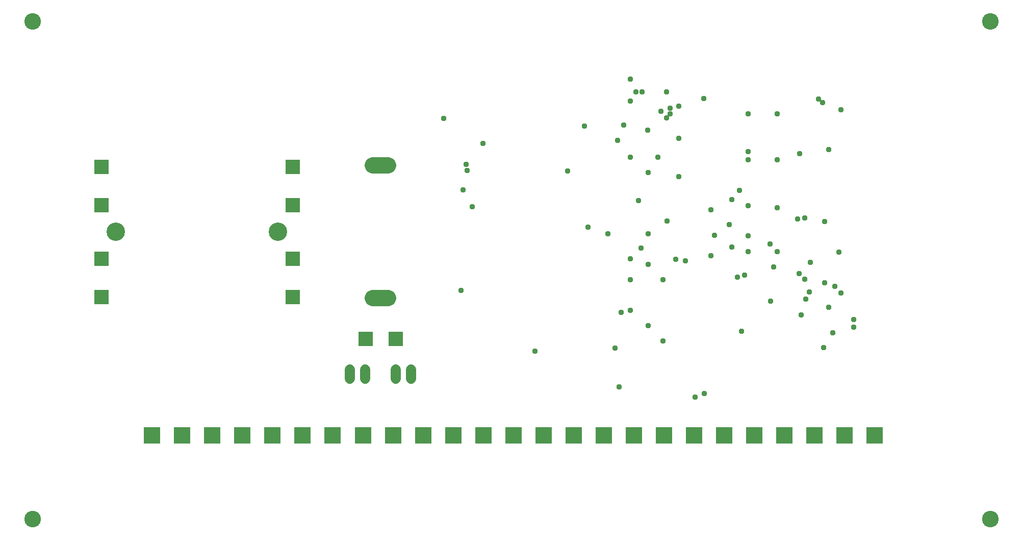
<source format=gbr>
G04 EAGLE Gerber RS-274X export*
G75*
%MOMM*%
%FSLAX34Y34*%
%LPD*%
%INSoldermask Bottom*%
%IPPOS*%
%AMOC8*
5,1,8,0,0,1.08239X$1,22.5*%
G01*
%ADD10C,2.743200*%
%ADD11R,2.387600X2.387600*%
%ADD12C,3.048000*%
%ADD13C,2.743200*%
%ADD14R,2.743200X2.743200*%
%ADD15C,1.727200*%
%ADD16C,0.959600*%


D10*
X31750Y857250D03*
X31750Y31750D03*
X1621790Y31750D03*
X1621790Y857250D03*
D11*
X146050Y615950D03*
X463550Y615950D03*
X146050Y552450D03*
X463550Y552450D03*
X146050Y463550D03*
X463550Y463550D03*
X463550Y400050D03*
X146050Y400050D03*
D12*
X170180Y508000D03*
X439420Y508000D03*
D13*
X596900Y617982D02*
X622300Y617982D01*
X622300Y398018D02*
X596900Y398018D01*
D11*
X584600Y330200D03*
X634600Y330200D03*
D14*
X1430000Y170000D03*
X230000Y170000D03*
X280000Y170000D03*
X330000Y170000D03*
X380000Y170000D03*
X430000Y170000D03*
X480000Y170000D03*
X530000Y170000D03*
X580000Y170000D03*
X630000Y170000D03*
X680000Y170000D03*
X730000Y170000D03*
X780000Y170000D03*
X830000Y170000D03*
X880000Y170000D03*
X930000Y170000D03*
X980000Y170000D03*
X1030000Y170000D03*
X1080000Y170000D03*
X1130000Y170000D03*
X1180000Y170000D03*
X1230000Y170000D03*
X1280000Y170000D03*
X1330000Y170000D03*
X1380000Y170000D03*
D15*
X558800Y264160D02*
X558800Y279400D01*
X584200Y279400D02*
X584200Y264160D01*
X635000Y264160D02*
X635000Y279400D01*
X660400Y279400D02*
X660400Y264160D01*
D16*
X1104900Y662940D03*
X1104900Y716280D03*
X1104900Y599440D03*
X1099820Y462280D03*
X1262380Y449580D03*
X1305560Y637540D03*
X919734Y608838D03*
X761238Y549402D03*
X779526Y654558D03*
X751332Y619506D03*
X745998Y577596D03*
X1163574Y502158D03*
X954024Y515874D03*
X865632Y310134D03*
X742950Y410718D03*
X752856Y609600D03*
X713994Y696468D03*
X1024128Y377952D03*
X1033272Y739902D03*
X1146048Y729234D03*
X1084326Y697230D03*
X1013460Y685038D03*
X1084326Y739902D03*
X1053084Y676656D03*
X1219962Y704088D03*
X1267968Y704088D03*
X1090422Y713232D03*
X1373886Y710184D03*
X1078230Y428244D03*
X1346454Y525018D03*
X1205484Y576834D03*
X1301496Y529590D03*
X1192530Y561594D03*
X1157478Y544830D03*
X1078230Y326898D03*
X1346454Y423672D03*
X1219962Y501396D03*
X1219962Y551688D03*
X1267968Y547878D03*
X1115568Y460248D03*
X1201674Y432816D03*
X1304544Y438912D03*
X1322832Y457200D03*
X1370076Y473964D03*
X1208532Y342900D03*
X1363218Y417576D03*
X1315212Y396240D03*
X1395222Y349758D03*
X1037844Y560070D03*
X1069848Y631698D03*
X1219962Y640842D03*
X1085088Y525780D03*
X1219962Y627888D03*
X1267968Y627888D03*
X1053846Y504444D03*
X1256538Y393192D03*
X1213866Y435864D03*
X1343406Y722376D03*
X1307592Y370332D03*
X1157478Y468630D03*
X1192530Y483108D03*
X1255776Y487680D03*
X1188720Y519684D03*
X1353312Y644652D03*
X1219962Y475488D03*
X1267968Y475488D03*
X998982Y315468D03*
X1090422Y704088D03*
X1353312Y382524D03*
X1146810Y240030D03*
X1321308Y408432D03*
X1131570Y233934D03*
X1373886Y406908D03*
X1395222Y362712D03*
X1360170Y340614D03*
X1053846Y606552D03*
X986790Y504444D03*
X1005078Y250698D03*
X1041654Y480822D03*
X947928Y683514D03*
X1008888Y374142D03*
X1043940Y739902D03*
X1075182Y707898D03*
X1024128Y724662D03*
X1024128Y761238D03*
X1024128Y631698D03*
X1002792Y659892D03*
X1336548Y728472D03*
X1344930Y316230D03*
X1053846Y454152D03*
X1313688Y531114D03*
X1053846Y352044D03*
X1313688Y429768D03*
X1024128Y428244D03*
X1024128Y463296D03*
M02*

</source>
